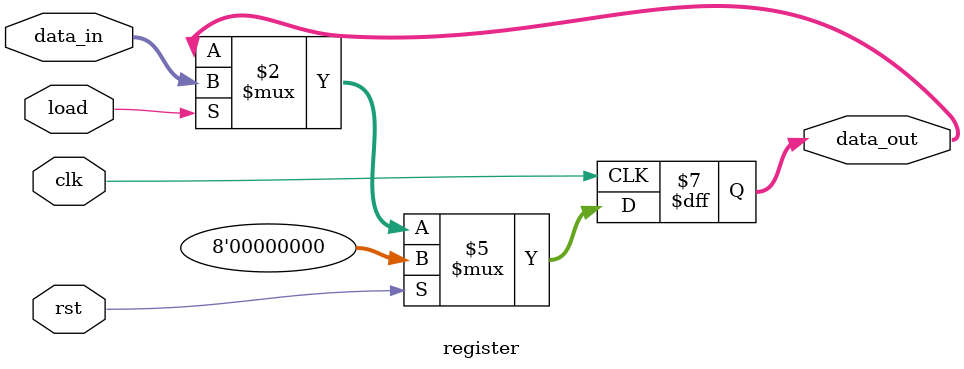
<source format=v>
module register #(parameter WIDTH = 8)
(
   input wire                 clk,
   input wire                 rst,
   input wire                 load,
   input wire [WIDTH - 1:0]   data_in,
   output reg [WIDTH - 1:0]   data_out
);   


always @(posedge clk) begin
   if (rst) begin
      data_out <= 0;
   end else if (load) begin
      data_out <= data_in;
   end
end


endmodule

</source>
